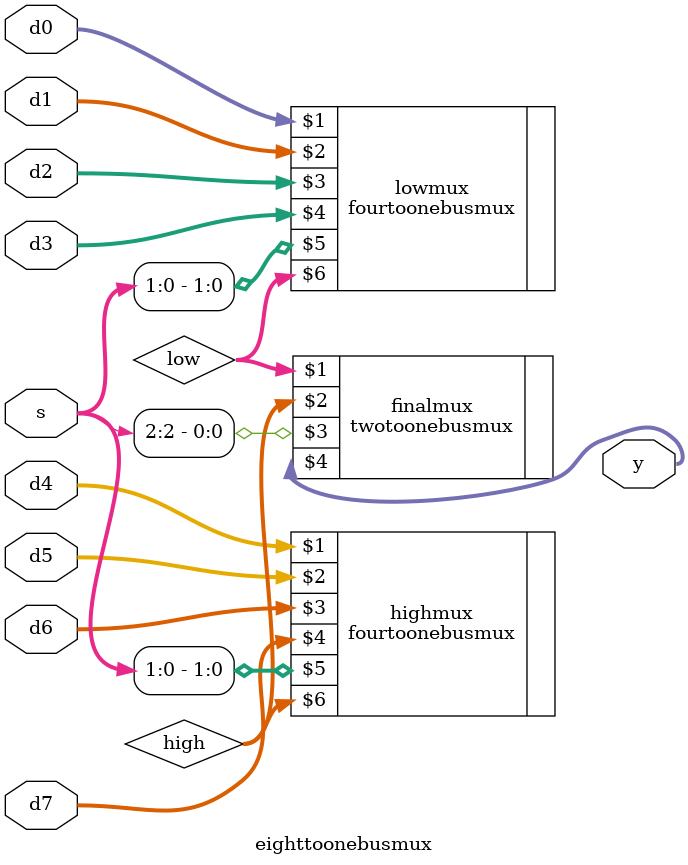
<source format=sv>
module eighttoonebusmux(input logic [15:0]d0,d1,d2,d3,d4,d5,d6,d7,
								input logic [2:0] s,
								output logic [15:0]y);
	
	logic [15:0] low, high;
	
	fourtoonebusmux lowmux(d0,d1,d2,d3,s[1:0],low);
	fourtoonebusmux highmux(d4,d5,d6,d7,s[1:0],high);
	twotoonebusmux #(16) finalmux(low,high,s[2],y);
endmodule

</source>
